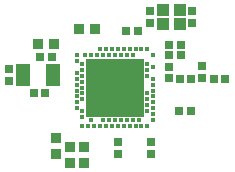
<source format=gts>
G04*
G04 #@! TF.GenerationSoftware,Altium Limited,Altium Designer,19.0.15 (446)*
G04*
G04 Layer_Color=8388736*
%FSLAX24Y24*%
%MOIN*%
G70*
G01*
G75*
%ADD23R,0.0257X0.0296*%
%ADD24R,0.0434X0.0395*%
%ADD25R,0.0296X0.0257*%
%ADD26R,0.0316X0.0257*%
%ADD27R,0.0454X0.0769*%
%ADD28R,0.1949X0.1949*%
%ADD29C,0.0148*%
%ADD30R,0.0355X0.0375*%
%ADD31R,0.0375X0.0355*%
D23*
X1174Y2557D02*
D03*
Y2164D02*
D03*
X2574Y2164D02*
D03*
Y2557D02*
D03*
X1792Y699D02*
D03*
Y305D02*
D03*
X2916Y717D02*
D03*
Y323D02*
D03*
X-3515Y610D02*
D03*
Y217D02*
D03*
X98Y-2215D02*
D03*
Y-1821D02*
D03*
X1191Y-2215D02*
D03*
Y-1821D02*
D03*
D24*
X2160Y2134D02*
D03*
Y2587D02*
D03*
X1589D02*
D03*
Y2134D02*
D03*
D25*
X2205Y1427D02*
D03*
X1811D02*
D03*
X364Y1900D02*
D03*
X758D02*
D03*
X2205Y1073D02*
D03*
X1811D02*
D03*
X2520Y-787D02*
D03*
X2126D02*
D03*
X-2708Y-167D02*
D03*
X-2314D02*
D03*
X-2490Y1033D02*
D03*
X-2096D02*
D03*
D26*
X2539Y302D02*
D03*
X2165Y302D02*
D03*
X3667Y302D02*
D03*
X3293D02*
D03*
D27*
X-3062Y404D02*
D03*
X-2078D02*
D03*
D28*
X0Y0D02*
D03*
D29*
X1083Y-1280D02*
D03*
X886D02*
D03*
X689D02*
D03*
X492D02*
D03*
X295D02*
D03*
X98D02*
D03*
X-98D02*
D03*
X-295D02*
D03*
X-492D02*
D03*
X-689D02*
D03*
X-886D02*
D03*
X-1083D02*
D03*
X1280Y-1083D02*
D03*
X787D02*
D03*
X591D02*
D03*
X394D02*
D03*
X197D02*
D03*
X0D02*
D03*
X-197D02*
D03*
X-394D02*
D03*
X-787D02*
D03*
X-1083Y-984D02*
D03*
X1280Y-886D02*
D03*
X1083Y-787D02*
D03*
X-1083D02*
D03*
X1280Y-689D02*
D03*
X-1280D02*
D03*
X1083Y-591D02*
D03*
X1280Y-492D02*
D03*
X-1280D02*
D03*
X1083Y-394D02*
D03*
X-1083D02*
D03*
X1280Y-295D02*
D03*
X-1280D02*
D03*
X1083Y-197D02*
D03*
X-1083D02*
D03*
X1280Y-98D02*
D03*
X-1280D02*
D03*
X-1083Y0D02*
D03*
X1280Y98D02*
D03*
X-1280D02*
D03*
X-1083Y197D02*
D03*
X1280Y295D02*
D03*
X-1280D02*
D03*
X1083Y394D02*
D03*
X-1083D02*
D03*
X-1280Y492D02*
D03*
X1083Y591D02*
D03*
X-1083D02*
D03*
X1280Y689D02*
D03*
X-1083Y787D02*
D03*
X-1280Y886D02*
D03*
X1083Y787D02*
D03*
X1280Y1083D02*
D03*
X591D02*
D03*
X394D02*
D03*
X197D02*
D03*
X0D02*
D03*
X-197D02*
D03*
X-394D02*
D03*
X-591D02*
D03*
X-787D02*
D03*
X-984D02*
D03*
X-1280D02*
D03*
X1083Y1280D02*
D03*
X689D02*
D03*
X492D02*
D03*
X295D02*
D03*
X98D02*
D03*
X-98D02*
D03*
X-295D02*
D03*
X-492D02*
D03*
X886D02*
D03*
D30*
X-659Y1959D02*
D03*
X-1191D02*
D03*
X-2018Y1467D02*
D03*
X-2549D02*
D03*
D31*
X-1033Y-1969D02*
D03*
Y-2500D02*
D03*
X-1496Y-1969D02*
D03*
Y-2500D02*
D03*
X-1963Y-1683D02*
D03*
Y-2215D02*
D03*
M02*

</source>
